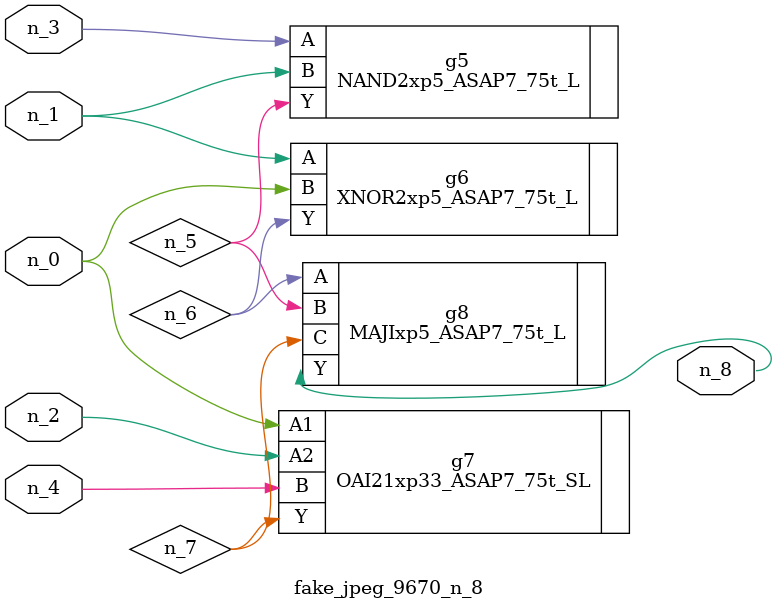
<source format=v>
module fake_jpeg_9670_n_8 (n_3, n_2, n_1, n_0, n_4, n_8);

input n_3;
input n_2;
input n_1;
input n_0;
input n_4;

output n_8;

wire n_6;
wire n_5;
wire n_7;

NAND2xp5_ASAP7_75t_L g5 ( 
.A(n_3),
.B(n_1),
.Y(n_5)
);

XNOR2xp5_ASAP7_75t_L g6 ( 
.A(n_1),
.B(n_0),
.Y(n_6)
);

OAI21xp33_ASAP7_75t_SL g7 ( 
.A1(n_0),
.A2(n_2),
.B(n_4),
.Y(n_7)
);

MAJIxp5_ASAP7_75t_L g8 ( 
.A(n_6),
.B(n_5),
.C(n_7),
.Y(n_8)
);


endmodule
</source>
